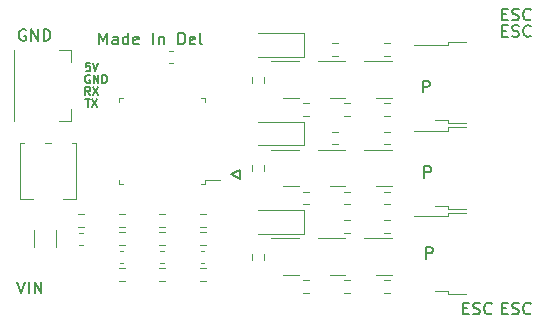
<source format=gbr>
%TF.GenerationSoftware,KiCad,Pcbnew,(6.0.5)*%
%TF.CreationDate,2023-01-05T14:47:55+08:00*%
%TF.ProjectId,Brushless_ESC_STC,42727573-686c-4657-9373-5f4553435f53,rev?*%
%TF.SameCoordinates,Original*%
%TF.FileFunction,Legend,Top*%
%TF.FilePolarity,Positive*%
%FSLAX46Y46*%
G04 Gerber Fmt 4.6, Leading zero omitted, Abs format (unit mm)*
G04 Created by KiCad (PCBNEW (6.0.5)) date 2023-01-05 14:47:55*
%MOMM*%
%LPD*%
G01*
G04 APERTURE LIST*
%ADD10C,0.150000*%
%ADD11C,0.130000*%
%ADD12C,0.120000*%
G04 APERTURE END LIST*
D10*
X124071095Y-140660380D02*
X124071095Y-139660380D01*
X124452047Y-139660380D01*
X124547285Y-139708000D01*
X124594904Y-139755619D01*
X124642523Y-139850857D01*
X124642523Y-139993714D01*
X124594904Y-140088952D01*
X124547285Y-140136571D01*
X124452047Y-140184190D01*
X124071095Y-140184190D01*
X123944095Y-133802380D02*
X123944095Y-132802380D01*
X124325047Y-132802380D01*
X124420285Y-132850000D01*
X124467904Y-132897619D01*
X124515523Y-132992857D01*
X124515523Y-133135714D01*
X124467904Y-133230952D01*
X124420285Y-133278571D01*
X124325047Y-133326190D01*
X123944095Y-133326190D01*
X123817095Y-126563380D02*
X123817095Y-125563380D01*
X124198047Y-125563380D01*
X124293285Y-125611000D01*
X124340904Y-125658619D01*
X124388523Y-125753857D01*
X124388523Y-125896714D01*
X124340904Y-125991952D01*
X124293285Y-126039571D01*
X124198047Y-126087190D01*
X123817095Y-126087190D01*
X130508523Y-144835571D02*
X130841857Y-144835571D01*
X130984714Y-145359380D02*
X130508523Y-145359380D01*
X130508523Y-144359380D01*
X130984714Y-144359380D01*
X131365666Y-145311761D02*
X131508523Y-145359380D01*
X131746619Y-145359380D01*
X131841857Y-145311761D01*
X131889476Y-145264142D01*
X131937095Y-145168904D01*
X131937095Y-145073666D01*
X131889476Y-144978428D01*
X131841857Y-144930809D01*
X131746619Y-144883190D01*
X131556142Y-144835571D01*
X131460904Y-144787952D01*
X131413285Y-144740333D01*
X131365666Y-144645095D01*
X131365666Y-144549857D01*
X131413285Y-144454619D01*
X131460904Y-144407000D01*
X131556142Y-144359380D01*
X131794238Y-144359380D01*
X131937095Y-144407000D01*
X132937095Y-145264142D02*
X132889476Y-145311761D01*
X132746619Y-145359380D01*
X132651380Y-145359380D01*
X132508523Y-145311761D01*
X132413285Y-145216523D01*
X132365666Y-145121285D01*
X132318047Y-144930809D01*
X132318047Y-144787952D01*
X132365666Y-144597476D01*
X132413285Y-144502238D01*
X132508523Y-144407000D01*
X132651380Y-144359380D01*
X132746619Y-144359380D01*
X132889476Y-144407000D01*
X132937095Y-144454619D01*
X127206523Y-144835571D02*
X127539857Y-144835571D01*
X127682714Y-145359380D02*
X127206523Y-145359380D01*
X127206523Y-144359380D01*
X127682714Y-144359380D01*
X128063666Y-145311761D02*
X128206523Y-145359380D01*
X128444619Y-145359380D01*
X128539857Y-145311761D01*
X128587476Y-145264142D01*
X128635095Y-145168904D01*
X128635095Y-145073666D01*
X128587476Y-144978428D01*
X128539857Y-144930809D01*
X128444619Y-144883190D01*
X128254142Y-144835571D01*
X128158904Y-144787952D01*
X128111285Y-144740333D01*
X128063666Y-144645095D01*
X128063666Y-144549857D01*
X128111285Y-144454619D01*
X128158904Y-144407000D01*
X128254142Y-144359380D01*
X128492238Y-144359380D01*
X128635095Y-144407000D01*
X129635095Y-145264142D02*
X129587476Y-145311761D01*
X129444619Y-145359380D01*
X129349380Y-145359380D01*
X129206523Y-145311761D01*
X129111285Y-145216523D01*
X129063666Y-145121285D01*
X129016047Y-144930809D01*
X129016047Y-144787952D01*
X129063666Y-144597476D01*
X129111285Y-144502238D01*
X129206523Y-144407000D01*
X129349380Y-144359380D01*
X129444619Y-144359380D01*
X129587476Y-144407000D01*
X129635095Y-144454619D01*
X130508523Y-121340571D02*
X130841857Y-121340571D01*
X130984714Y-121864380D02*
X130508523Y-121864380D01*
X130508523Y-120864380D01*
X130984714Y-120864380D01*
X131365666Y-121816761D02*
X131508523Y-121864380D01*
X131746619Y-121864380D01*
X131841857Y-121816761D01*
X131889476Y-121769142D01*
X131937095Y-121673904D01*
X131937095Y-121578666D01*
X131889476Y-121483428D01*
X131841857Y-121435809D01*
X131746619Y-121388190D01*
X131556142Y-121340571D01*
X131460904Y-121292952D01*
X131413285Y-121245333D01*
X131365666Y-121150095D01*
X131365666Y-121054857D01*
X131413285Y-120959619D01*
X131460904Y-120912000D01*
X131556142Y-120864380D01*
X131794238Y-120864380D01*
X131937095Y-120912000D01*
X132937095Y-121769142D02*
X132889476Y-121816761D01*
X132746619Y-121864380D01*
X132651380Y-121864380D01*
X132508523Y-121816761D01*
X132413285Y-121721523D01*
X132365666Y-121626285D01*
X132318047Y-121435809D01*
X132318047Y-121292952D01*
X132365666Y-121102476D01*
X132413285Y-121007238D01*
X132508523Y-120912000D01*
X132651380Y-120864380D01*
X132746619Y-120864380D01*
X132889476Y-120912000D01*
X132937095Y-120959619D01*
X130508523Y-119943571D02*
X130841857Y-119943571D01*
X130984714Y-120467380D02*
X130508523Y-120467380D01*
X130508523Y-119467380D01*
X130984714Y-119467380D01*
X131365666Y-120419761D02*
X131508523Y-120467380D01*
X131746619Y-120467380D01*
X131841857Y-120419761D01*
X131889476Y-120372142D01*
X131937095Y-120276904D01*
X131937095Y-120181666D01*
X131889476Y-120086428D01*
X131841857Y-120038809D01*
X131746619Y-119991190D01*
X131556142Y-119943571D01*
X131460904Y-119895952D01*
X131413285Y-119848333D01*
X131365666Y-119753095D01*
X131365666Y-119657857D01*
X131413285Y-119562619D01*
X131460904Y-119515000D01*
X131556142Y-119467380D01*
X131794238Y-119467380D01*
X131937095Y-119515000D01*
X132937095Y-120372142D02*
X132889476Y-120419761D01*
X132746619Y-120467380D01*
X132651380Y-120467380D01*
X132508523Y-120419761D01*
X132413285Y-120324523D01*
X132365666Y-120229285D01*
X132318047Y-120038809D01*
X132318047Y-119895952D01*
X132365666Y-119705476D01*
X132413285Y-119610238D01*
X132508523Y-119515000D01*
X132651380Y-119467380D01*
X132746619Y-119467380D01*
X132889476Y-119515000D01*
X132937095Y-119562619D01*
X89455761Y-142581380D02*
X89789095Y-143581380D01*
X90122428Y-142581380D01*
X90455761Y-143581380D02*
X90455761Y-142581380D01*
X90931952Y-143581380D02*
X90931952Y-142581380D01*
X91503380Y-143581380D01*
X91503380Y-142581380D01*
X90170095Y-121242200D02*
X90074857Y-121194580D01*
X89932000Y-121194580D01*
X89789142Y-121242200D01*
X89693904Y-121337438D01*
X89646285Y-121432676D01*
X89598666Y-121623152D01*
X89598666Y-121766009D01*
X89646285Y-121956485D01*
X89693904Y-122051723D01*
X89789142Y-122146961D01*
X89932000Y-122194580D01*
X90027238Y-122194580D01*
X90170095Y-122146961D01*
X90217714Y-122099342D01*
X90217714Y-121766009D01*
X90027238Y-121766009D01*
X90646285Y-122194580D02*
X90646285Y-121194580D01*
X91217714Y-122194580D01*
X91217714Y-121194580D01*
X91693904Y-122194580D02*
X91693904Y-121194580D01*
X91932000Y-121194580D01*
X92074857Y-121242200D01*
X92170095Y-121337438D01*
X92217714Y-121432676D01*
X92265333Y-121623152D01*
X92265333Y-121766009D01*
X92217714Y-121956485D01*
X92170095Y-122051723D01*
X92074857Y-122146961D01*
X91932000Y-122194580D01*
X91693904Y-122194580D01*
D11*
X95224666Y-127124666D02*
X95624666Y-127124666D01*
X95424666Y-127824666D02*
X95424666Y-127124666D01*
X95791333Y-127124666D02*
X96258000Y-127824666D01*
X96258000Y-127124666D02*
X95791333Y-127824666D01*
X95641333Y-126808666D02*
X95408000Y-126475333D01*
X95241333Y-126808666D02*
X95241333Y-126108666D01*
X95508000Y-126108666D01*
X95574666Y-126142000D01*
X95608000Y-126175333D01*
X95641333Y-126242000D01*
X95641333Y-126342000D01*
X95608000Y-126408666D01*
X95574666Y-126442000D01*
X95508000Y-126475333D01*
X95241333Y-126475333D01*
X95874666Y-126108666D02*
X96341333Y-126808666D01*
X96341333Y-126108666D02*
X95874666Y-126808666D01*
X95605666Y-125126000D02*
X95539000Y-125092666D01*
X95439000Y-125092666D01*
X95339000Y-125126000D01*
X95272333Y-125192666D01*
X95239000Y-125259333D01*
X95205666Y-125392666D01*
X95205666Y-125492666D01*
X95239000Y-125626000D01*
X95272333Y-125692666D01*
X95339000Y-125759333D01*
X95439000Y-125792666D01*
X95505666Y-125792666D01*
X95605666Y-125759333D01*
X95639000Y-125726000D01*
X95639000Y-125492666D01*
X95505666Y-125492666D01*
X95939000Y-125792666D02*
X95939000Y-125092666D01*
X96339000Y-125792666D01*
X96339000Y-125092666D01*
X96672333Y-125792666D02*
X96672333Y-125092666D01*
X96839000Y-125092666D01*
X96939000Y-125126000D01*
X97005666Y-125192666D01*
X97039000Y-125259333D01*
X97072333Y-125392666D01*
X97072333Y-125492666D01*
X97039000Y-125626000D01*
X97005666Y-125692666D01*
X96939000Y-125759333D01*
X96839000Y-125792666D01*
X96672333Y-125792666D01*
X95624666Y-124076666D02*
X95291333Y-124076666D01*
X95258000Y-124410000D01*
X95291333Y-124376666D01*
X95358000Y-124343333D01*
X95524666Y-124343333D01*
X95591333Y-124376666D01*
X95624666Y-124410000D01*
X95658000Y-124476666D01*
X95658000Y-124643333D01*
X95624666Y-124710000D01*
X95591333Y-124743333D01*
X95524666Y-124776666D01*
X95358000Y-124776666D01*
X95291333Y-124743333D01*
X95258000Y-124710000D01*
X95858000Y-124076666D02*
X96091333Y-124776666D01*
X96324666Y-124076666D01*
D10*
X96401476Y-122499380D02*
X96401476Y-121499380D01*
X96734809Y-122213666D01*
X97068142Y-121499380D01*
X97068142Y-122499380D01*
X97972904Y-122499380D02*
X97972904Y-121975571D01*
X97925285Y-121880333D01*
X97830047Y-121832714D01*
X97639571Y-121832714D01*
X97544333Y-121880333D01*
X97972904Y-122451761D02*
X97877666Y-122499380D01*
X97639571Y-122499380D01*
X97544333Y-122451761D01*
X97496714Y-122356523D01*
X97496714Y-122261285D01*
X97544333Y-122166047D01*
X97639571Y-122118428D01*
X97877666Y-122118428D01*
X97972904Y-122070809D01*
X98877666Y-122499380D02*
X98877666Y-121499380D01*
X98877666Y-122451761D02*
X98782428Y-122499380D01*
X98591952Y-122499380D01*
X98496714Y-122451761D01*
X98449095Y-122404142D01*
X98401476Y-122308904D01*
X98401476Y-122023190D01*
X98449095Y-121927952D01*
X98496714Y-121880333D01*
X98591952Y-121832714D01*
X98782428Y-121832714D01*
X98877666Y-121880333D01*
X99734809Y-122451761D02*
X99639571Y-122499380D01*
X99449095Y-122499380D01*
X99353857Y-122451761D01*
X99306238Y-122356523D01*
X99306238Y-121975571D01*
X99353857Y-121880333D01*
X99449095Y-121832714D01*
X99639571Y-121832714D01*
X99734809Y-121880333D01*
X99782428Y-121975571D01*
X99782428Y-122070809D01*
X99306238Y-122166047D01*
X100972904Y-122499380D02*
X100972904Y-121499380D01*
X101449095Y-121832714D02*
X101449095Y-122499380D01*
X101449095Y-121927952D02*
X101496714Y-121880333D01*
X101591952Y-121832714D01*
X101734809Y-121832714D01*
X101830047Y-121880333D01*
X101877666Y-121975571D01*
X101877666Y-122499380D01*
X103115761Y-122499380D02*
X103115761Y-121499380D01*
X103353857Y-121499380D01*
X103496714Y-121547000D01*
X103591952Y-121642238D01*
X103639571Y-121737476D01*
X103687190Y-121927952D01*
X103687190Y-122070809D01*
X103639571Y-122261285D01*
X103591952Y-122356523D01*
X103496714Y-122451761D01*
X103353857Y-122499380D01*
X103115761Y-122499380D01*
X104496714Y-122451761D02*
X104401476Y-122499380D01*
X104211000Y-122499380D01*
X104115761Y-122451761D01*
X104068142Y-122356523D01*
X104068142Y-121975571D01*
X104115761Y-121880333D01*
X104211000Y-121832714D01*
X104401476Y-121832714D01*
X104496714Y-121880333D01*
X104544333Y-121975571D01*
X104544333Y-122070809D01*
X104068142Y-122166047D01*
X105115761Y-122499380D02*
X105020523Y-122451761D01*
X104972904Y-122356523D01*
X104972904Y-121499380D01*
X107569000Y-133477000D02*
X108331000Y-133858000D01*
X108331000Y-133096000D02*
X107569000Y-133477000D01*
X108331000Y-133858000D02*
X108331000Y-133096000D01*
D12*
%TO.C,J1*%
X93991000Y-122984000D02*
X92991000Y-122984000D01*
X93991000Y-128984000D02*
X92991000Y-128984000D01*
X89165000Y-122984000D02*
X89165000Y-128984000D01*
X93991000Y-123984000D02*
X93991000Y-122984000D01*
X93991000Y-128984000D02*
X93991000Y-127984000D01*
%TO.C,U2*%
X105337000Y-134293000D02*
X105337000Y-133993000D01*
X98417000Y-127073000D02*
X98117000Y-127073000D01*
X98117000Y-134293000D02*
X98117000Y-133993000D01*
X105337000Y-133993000D02*
X106652000Y-133993000D01*
X98417000Y-134293000D02*
X98117000Y-134293000D01*
X98117000Y-127073000D02*
X98117000Y-127373000D01*
X105337000Y-127073000D02*
X105337000Y-127373000D01*
X105037000Y-127073000D02*
X105337000Y-127073000D01*
X105037000Y-134293000D02*
X105337000Y-134293000D01*
%TO.C,RV1*%
X89705000Y-130853000D02*
X89705000Y-135593000D01*
X91816000Y-130853000D02*
X92335000Y-130853000D01*
X94115000Y-130853000D02*
X94445000Y-130853000D01*
X89705000Y-135593000D02*
X90835000Y-135593000D01*
X89705000Y-130853000D02*
X90036000Y-130853000D01*
X93315000Y-135593000D02*
X94445000Y-135593000D01*
X94445000Y-130853000D02*
X94445000Y-135593000D01*
%TO.C,R28*%
X98552724Y-137936500D02*
X98043276Y-137936500D01*
X98552724Y-136891500D02*
X98043276Y-136891500D01*
%TO.C,R27*%
X101981724Y-137936500D02*
X101472276Y-137936500D01*
X101981724Y-136891500D02*
X101472276Y-136891500D01*
%TO.C,R26*%
X104901276Y-136891500D02*
X105410724Y-136891500D01*
X104901276Y-137936500D02*
X105410724Y-137936500D01*
%TO.C,R25*%
X105410724Y-142508500D02*
X104901276Y-142508500D01*
X105410724Y-141463500D02*
X104901276Y-141463500D01*
%TO.C,R24*%
X101472276Y-141463500D02*
X101981724Y-141463500D01*
X101472276Y-142508500D02*
X101981724Y-142508500D01*
%TO.C,R23*%
X98043276Y-141463500D02*
X98552724Y-141463500D01*
X98043276Y-142508500D02*
X98552724Y-142508500D01*
%TO.C,R22*%
X98043276Y-138415500D02*
X98552724Y-138415500D01*
X98043276Y-139460500D02*
X98552724Y-139460500D01*
%TO.C,R21*%
X101472276Y-138415500D02*
X101981724Y-138415500D01*
X101472276Y-139460500D02*
X101981724Y-139460500D01*
%TO.C,R20*%
X105410724Y-139460500D02*
X104901276Y-139460500D01*
X105410724Y-138415500D02*
X104901276Y-138415500D01*
%TO.C,R19*%
X117093276Y-143524500D02*
X117602724Y-143524500D01*
X117093276Y-142479500D02*
X117602724Y-142479500D01*
%TO.C,R18*%
X117093276Y-134986500D02*
X117602724Y-134986500D01*
X117093276Y-136031500D02*
X117602724Y-136031500D01*
%TO.C,R17*%
X117093276Y-128538500D02*
X117602724Y-128538500D01*
X117093276Y-127493500D02*
X117602724Y-127493500D01*
%TO.C,R16*%
X113687776Y-143524500D02*
X114197224Y-143524500D01*
X113687776Y-142479500D02*
X114197224Y-142479500D01*
%TO.C,R15*%
X120522276Y-143524500D02*
X121031724Y-143524500D01*
X120522276Y-142479500D02*
X121031724Y-142479500D01*
%TO.C,R14*%
X113664276Y-134986500D02*
X114173724Y-134986500D01*
X113664276Y-136031500D02*
X114173724Y-136031500D01*
%TO.C,R13*%
X120522276Y-134986500D02*
X121031724Y-134986500D01*
X120522276Y-136031500D02*
X121031724Y-136031500D01*
%TO.C,R12*%
X113664276Y-128538500D02*
X114173724Y-128538500D01*
X113664276Y-127493500D02*
X114173724Y-127493500D01*
%TO.C,R11*%
X120522276Y-128538500D02*
X121031724Y-128538500D01*
X120522276Y-127493500D02*
X121031724Y-127493500D01*
%TO.C,R10*%
X120522276Y-138444500D02*
X121031724Y-138444500D01*
X120522276Y-137399500D02*
X121031724Y-137399500D01*
%TO.C,R9*%
X120522276Y-129906500D02*
X121031724Y-129906500D01*
X120522276Y-130951500D02*
X121031724Y-130951500D01*
%TO.C,R8*%
X120522276Y-122413500D02*
X121031724Y-122413500D01*
X120522276Y-123458500D02*
X121031724Y-123458500D01*
%TO.C,R7*%
X117093276Y-138444500D02*
X117602724Y-138444500D01*
X117093276Y-137399500D02*
X117602724Y-137399500D01*
%TO.C,R6*%
X116077276Y-129906500D02*
X116586724Y-129906500D01*
X116077276Y-130951500D02*
X116586724Y-130951500D01*
%TO.C,R5*%
X116077276Y-122413500D02*
X116586724Y-122413500D01*
X116077276Y-123458500D02*
X116586724Y-123458500D01*
%TO.C,R4*%
X110377500Y-140716724D02*
X110377500Y-140207276D01*
X109332500Y-140716724D02*
X109332500Y-140207276D01*
%TO.C,R3*%
X109332500Y-133223724D02*
X109332500Y-132714276D01*
X110377500Y-133223724D02*
X110377500Y-132714276D01*
%TO.C,R2*%
X109332500Y-125730724D02*
X109332500Y-125221276D01*
X110377500Y-125730724D02*
X110377500Y-125221276D01*
%TO.C,R1*%
X94614276Y-136891500D02*
X95123724Y-136891500D01*
X94614276Y-137936500D02*
X95123724Y-137936500D01*
%TO.C,Q14*%
X125927000Y-143658000D02*
X125927000Y-143388000D01*
X125927000Y-136758000D02*
X125927000Y-137028000D01*
X127427000Y-143658000D02*
X125927000Y-143658000D01*
X125927000Y-143388000D02*
X124827000Y-143388000D01*
X125927000Y-137028000D02*
X123097000Y-137028000D01*
X127427000Y-136758000D02*
X125927000Y-136758000D01*
%TO.C,Q12*%
X127427000Y-129519000D02*
X125927000Y-129519000D01*
X125927000Y-129789000D02*
X123097000Y-129789000D01*
X125927000Y-136149000D02*
X124827000Y-136149000D01*
X127427000Y-136419000D02*
X125927000Y-136419000D01*
X125927000Y-129519000D02*
X125927000Y-129789000D01*
X125927000Y-136419000D02*
X125927000Y-136149000D01*
%TO.C,Q10*%
X127427000Y-122280000D02*
X125927000Y-122280000D01*
X125927000Y-122550000D02*
X123097000Y-122550000D01*
X125927000Y-128910000D02*
X124827000Y-128910000D01*
X127427000Y-129180000D02*
X125927000Y-129180000D01*
X125927000Y-122280000D02*
X125927000Y-122550000D01*
X125927000Y-129180000D02*
X125927000Y-128910000D01*
%TO.C,Q9*%
X116586000Y-142022000D02*
X115936000Y-142022000D01*
X116586000Y-138902000D02*
X114911000Y-138902000D01*
X116586000Y-142022000D02*
X117236000Y-142022000D01*
X116586000Y-138902000D02*
X117236000Y-138902000D01*
%TO.C,Q8*%
X120523000Y-142022000D02*
X119873000Y-142022000D01*
X120523000Y-138902000D02*
X118848000Y-138902000D01*
X120523000Y-142022000D02*
X121173000Y-142022000D01*
X120523000Y-138902000D02*
X121173000Y-138902000D01*
%TO.C,Q7*%
X116586000Y-131409000D02*
X117236000Y-131409000D01*
X116586000Y-134529000D02*
X117236000Y-134529000D01*
X116586000Y-131409000D02*
X114911000Y-131409000D01*
X116586000Y-134529000D02*
X115936000Y-134529000D01*
%TO.C,Q6*%
X120523000Y-131409000D02*
X121173000Y-131409000D01*
X120523000Y-134529000D02*
X121173000Y-134529000D01*
X120523000Y-131409000D02*
X118848000Y-131409000D01*
X120523000Y-134529000D02*
X119873000Y-134529000D01*
%TO.C,Q5*%
X116586000Y-123916000D02*
X117236000Y-123916000D01*
X116586000Y-127036000D02*
X117236000Y-127036000D01*
X116586000Y-123916000D02*
X114911000Y-123916000D01*
X116586000Y-127036000D02*
X115936000Y-127036000D01*
%TO.C,Q4*%
X120523000Y-123916000D02*
X121173000Y-123916000D01*
X120523000Y-127036000D02*
X121173000Y-127036000D01*
X120523000Y-123916000D02*
X118848000Y-123916000D01*
X120523000Y-127036000D02*
X119873000Y-127036000D01*
%TO.C,Q3*%
X112649000Y-142022000D02*
X111999000Y-142022000D01*
X112649000Y-138902000D02*
X110974000Y-138902000D01*
X112649000Y-142022000D02*
X113299000Y-142022000D01*
X112649000Y-138902000D02*
X113299000Y-138902000D01*
%TO.C,Q2*%
X112649000Y-131409000D02*
X113299000Y-131409000D01*
X112649000Y-134529000D02*
X113299000Y-134529000D01*
X112649000Y-131409000D02*
X110974000Y-131409000D01*
X112649000Y-134529000D02*
X111999000Y-134529000D01*
%TO.C,Q1*%
X112649000Y-123916000D02*
X113299000Y-123916000D01*
X112649000Y-127036000D02*
X113299000Y-127036000D01*
X112649000Y-123916000D02*
X110974000Y-123916000D01*
X112649000Y-127036000D02*
X111999000Y-127036000D01*
%TO.C,D3*%
X113756000Y-136541000D02*
X109856000Y-136541000D01*
X113756000Y-138541000D02*
X113756000Y-136541000D01*
X113756000Y-138541000D02*
X109856000Y-138541000D01*
%TO.C,D2*%
X113756000Y-131048000D02*
X109856000Y-131048000D01*
X113756000Y-131048000D02*
X113756000Y-129048000D01*
X113756000Y-129048000D02*
X109856000Y-129048000D01*
%TO.C,D1*%
X113756000Y-123555000D02*
X109856000Y-123555000D01*
X113756000Y-123555000D02*
X113756000Y-121555000D01*
X113756000Y-121555000D02*
X109856000Y-121555000D01*
%TO.C,C13*%
X105302267Y-140972000D02*
X105009733Y-140972000D01*
X105302267Y-139952000D02*
X105009733Y-139952000D01*
%TO.C,C11*%
X101580733Y-139952000D02*
X101873267Y-139952000D01*
X101580733Y-140972000D02*
X101873267Y-140972000D01*
%TO.C,C10*%
X98151733Y-139952000D02*
X98444267Y-139952000D01*
X98151733Y-140972000D02*
X98444267Y-140972000D01*
%TO.C,C4*%
X95015267Y-139448000D02*
X94722733Y-139448000D01*
X95015267Y-138428000D02*
X94722733Y-138428000D01*
%TO.C,C3*%
X102635267Y-124081000D02*
X102342733Y-124081000D01*
X102635267Y-123061000D02*
X102342733Y-123061000D01*
%TO.C,C2*%
X90911000Y-139649252D02*
X90911000Y-138226748D01*
X92731000Y-139649252D02*
X92731000Y-138226748D01*
%TD*%
M02*

</source>
